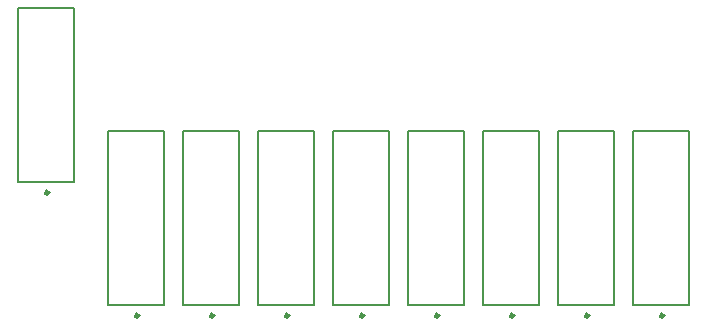
<source format=gbr>
G04 #@! TF.GenerationSoftware,KiCad,Pcbnew,(6.0.1)*
G04 #@! TF.CreationDate,2022-02-10T21:28:03-05:00*
G04 #@! TF.ProjectId,PI_W_Controller,50495f57-5f43-46f6-9e74-726f6c6c6572,v2*
G04 #@! TF.SameCoordinates,Original*
G04 #@! TF.FileFunction,Other,ECO2*
%FSLAX46Y46*%
G04 Gerber Fmt 4.6, Leading zero omitted, Abs format (unit mm)*
G04 Created by KiCad (PCBNEW (6.0.1)) date 2022-02-10 21:28:03*
%MOMM*%
%LPD*%
G01*
G04 APERTURE LIST*
%ADD10C,0.127000*%
%ADD11C,0.300000*%
G04 APERTURE END LIST*
D10*
X125870000Y-131810000D02*
X125870000Y-117110000D01*
X125870000Y-117110000D02*
X130670000Y-117110000D01*
X130670000Y-131810000D02*
X125870000Y-131810000D01*
X130670000Y-117110000D02*
X130670000Y-131810000D01*
D11*
X128511420Y-132760000D02*
G75*
G03*
X128511420Y-132760000I-141420J0D01*
G01*
D10*
X138570000Y-117110000D02*
X143370000Y-117110000D01*
X143370000Y-131810000D02*
X138570000Y-131810000D01*
X143370000Y-117110000D02*
X143370000Y-131810000D01*
X138570000Y-131810000D02*
X138570000Y-117110000D01*
D11*
X141211420Y-132760000D02*
G75*
G03*
X141211420Y-132760000I-141420J0D01*
G01*
D10*
X149720000Y-131810000D02*
X144920000Y-131810000D01*
X144920000Y-117110000D02*
X149720000Y-117110000D01*
X144920000Y-131810000D02*
X144920000Y-117110000D01*
X149720000Y-117110000D02*
X149720000Y-131810000D01*
D11*
X147561420Y-132760000D02*
G75*
G03*
X147561420Y-132760000I-141420J0D01*
G01*
D10*
X151270000Y-117110000D02*
X156070000Y-117110000D01*
X156070000Y-131810000D02*
X151270000Y-131810000D01*
X156070000Y-117110000D02*
X156070000Y-131810000D01*
X151270000Y-131810000D02*
X151270000Y-117110000D01*
D11*
X153911420Y-132760000D02*
G75*
G03*
X153911420Y-132760000I-141420J0D01*
G01*
D10*
X175120000Y-131810000D02*
X170320000Y-131810000D01*
X170320000Y-131810000D02*
X170320000Y-117110000D01*
X170320000Y-117110000D02*
X175120000Y-117110000D01*
X175120000Y-117110000D02*
X175120000Y-131810000D01*
D11*
X172961420Y-132760000D02*
G75*
G03*
X172961420Y-132760000I-141420J0D01*
G01*
D10*
X123050000Y-106696000D02*
X123050000Y-121396000D01*
X118250000Y-121396000D02*
X118250000Y-106696000D01*
X118250000Y-106696000D02*
X123050000Y-106696000D01*
X123050000Y-121396000D02*
X118250000Y-121396000D01*
D11*
X120891420Y-122346000D02*
G75*
G03*
X120891420Y-122346000I-141420J0D01*
G01*
D10*
X137020000Y-131810000D02*
X132220000Y-131810000D01*
X137020000Y-117110000D02*
X137020000Y-131810000D01*
X132220000Y-131810000D02*
X132220000Y-117110000D01*
X132220000Y-117110000D02*
X137020000Y-117110000D01*
D11*
X134861420Y-132760000D02*
G75*
G03*
X134861420Y-132760000I-141420J0D01*
G01*
D10*
X163970000Y-117110000D02*
X168770000Y-117110000D01*
X168770000Y-131810000D02*
X163970000Y-131810000D01*
X168770000Y-117110000D02*
X168770000Y-131810000D01*
X163970000Y-131810000D02*
X163970000Y-117110000D01*
D11*
X166611420Y-132760000D02*
G75*
G03*
X166611420Y-132760000I-141420J0D01*
G01*
D10*
X157620000Y-117110000D02*
X162420000Y-117110000D01*
X162420000Y-117110000D02*
X162420000Y-131810000D01*
X157620000Y-131810000D02*
X157620000Y-117110000D01*
X162420000Y-131810000D02*
X157620000Y-131810000D01*
D11*
X160261420Y-132760000D02*
G75*
G03*
X160261420Y-132760000I-141420J0D01*
G01*
M02*

</source>
